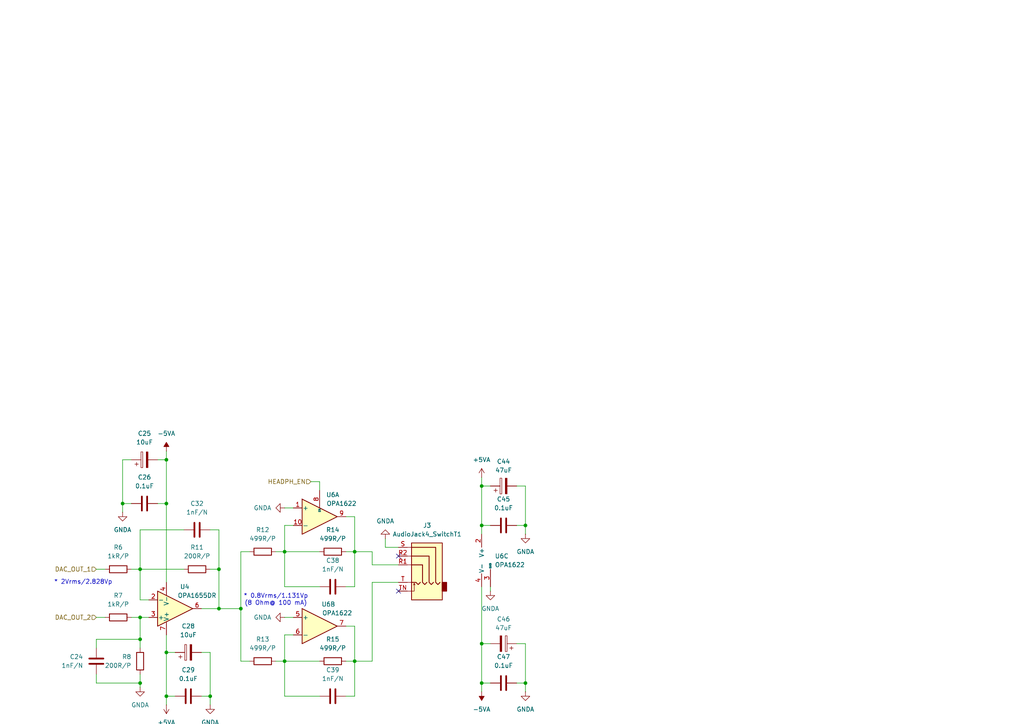
<source format=kicad_sch>
(kicad_sch (version 20250114) (generator "eeschema") (generator_version "9.0")
  (paper "A4")
  (lib_symbols
    (symbol "Amplifier_Audio:OPA1622" (pin_names (offset 0.127))
      (property "Reference" "U" (at 3.81 6.35 0))
      (property "Value" "OPA1622" (at 3.81 3.81 0))
      (symbol "OPA1622_1_1"
        (polyline (pts (xy -5.08 5.08) (xy 5.08 0) (xy -5.08 -5.08) (xy -5.08 5.08) (xy -5.08 5.08)) (stroke (width 0.254)) (fill (type background)))
        (pin input line (at -7.62 2.54 0) (length 2.54) (name "+") (number "1"))
        (pin input line (at -7.62 -2.54 0) (length 2.54) (name "-") (number "10"))
        (pin input line (at 0 7.62 270) (length 5.08) (name "EN") (number "8"))
        (pin output line (at 7.62 0 180) (length 2.54) (name "~") (number "9"))
      )
      (symbol "OPA1622_2_1"
        (polyline (pts (xy -5.08 5.08) (xy 5.08 0) (xy -5.08 -5.08) (xy -5.08 5.08) (xy -5.08 5.08)) (stroke (width 0.254)) (fill (type background)))
        (pin input line (at -7.62 2.54 0) (length 2.54) (name "+") (number "5"))
        (pin input line (at -7.62 -2.54 0) (length 2.54) (name "-") (number "6"))
        (pin output line (at 7.62 0 180) (length 2.54) (name "~") (number "7"))
      )
      (symbol "OPA1622_3_1"
        (pin power_in line (at -2.54 7.62 270) (length 3.81) (name "V+") (number "2"))
        (pin passive line (at -2.54 -7.62 90) (length 3.81) (hide yes) (name "V-") (number "11"))
        (pin power_in line (at -2.54 -7.62 90) (length 3.81) (name "V-") (number "4"))
        (pin power_in line (at 0 -7.62 90) (length 5.08) (name "GND") (number "3"))
      )
    )
    (symbol "Amplifier_Operational:OPA1641" (pin_names (offset 0.127))
      (property "Reference" "U" (at 3.81 3.81 0))
      (property "Value" "OPA1641" (at 3.81 -3.81 0))
      (symbol "OPA1641_0_1"
        (polyline (pts (xy 5.08 0) (xy -5.08 5.08) (xy -5.08 -5.08) (xy 5.08 0)) (stroke (width 0.254)) (fill (type background)))
      )
      (symbol "OPA1641_1_1"
        (pin input line (at -7.62 2.54 0) (length 2.54) (name "+") (number "3"))
        (pin input line (at -7.62 -2.54 0) (length 2.54) (name "-") (number "2"))
        (pin no_connect line (at -5.08 -2.54 90) (length 2.54) (hide yes) (name "NC") (number "8"))
        (pin power_in line (at -2.54 7.62 270) (length 3.81) (name "V+") (number "7"))
        (pin no_connect line (at -2.54 -2.54 90) (length 2.54) (hide yes) (name "NC") (number "1"))
        (pin power_in line (at -2.54 -7.62 90) (length 3.81) (name "V-") (number "4"))
        (pin no_connect line (at 0 -2.54 90) (length 2.54) (hide yes) (name "NC") (number "5"))
        (pin output line (at 7.62 0 180) (length 2.54) (name "~") (number "6"))
      )
    )
    (symbol "Connector_Audio:AudioJack4_SwitchT1"
      (property "Reference" "J" (at 0 11.43 0))
      (property "Value" "AudioJack4_SwitchT1" (at 0 8.89 0))
      (symbol "AudioJack4_SwitchT1_0_1"
        (rectangle (start -7.62 -5.08) (end -8.89 -7.62) (stroke (width 0.254)) (fill (type outline)))
        (rectangle (start 1.27 6.35) (end -7.62 -10.16) (stroke (width 0.254)) (fill (type background)))
        (polyline (pts (xy 1.27 2.54) (xy 2.54 2.54)))
        (polyline (pts (xy 1.27 -5.08) (xy 2.54 -5.08)))
        (polyline (pts (xy 2.54 5.08) (xy 1.27 5.08)))
        (polyline (pts (xy 2.54 0) (xy 1.27 0)))
      )
      (symbol "AudioJack4_SwitchT1_1_1"
        (polyline (pts (xy -3.175 -5.08) (xy -2.54 -5.715) (xy -1.905 -5.08) (xy -1.905 0) (xy 1.27 0)) (stroke (width 0.254)))
        (polyline (pts (xy -1.27 -5.08) (xy -0.635 -5.715) (xy 0 -5.08) (xy 1.27 -5.08)) (stroke (width 0.254)))
        (polyline (pts (xy 0.508 -5.334) (xy 0.762 -5.842)))
        (polyline (pts (xy 1.27 5.08) (xy -5.715 5.08) (xy -5.715 -5.08) (xy -6.35 -5.715) (xy -6.985 -5.08)) (stroke (width 0.254)))
        (polyline (pts (xy 1.27 2.54) (xy -3.81 2.54) (xy -3.81 -5.08) (xy -4.445 -5.715) (xy -5.08 -5.08)) (stroke (width 0.254)))
        (polyline (pts (xy 2.54 -7.62) (xy 0.508 -7.62) (xy 0.508 -5.334) (xy 0.254 -5.842)))
        (pin passive line (at 5.08 5.08 180) (length 2.54) (name "~") (number "S"))
        (pin passive line (at 5.08 2.54 180) (length 2.54) (name "~") (number "R2"))
        (pin passive line (at 5.08 0 180) (length 2.54) (name "~") (number "R1"))
        (pin passive line (at 5.08 -5.08 180) (length 2.54) (name "~") (number "T"))
        (pin passive line (at 5.08 -7.62 180) (length 2.54) (name "~") (number "TN"))
      )
    )
    (symbol "Device:C" (pin_numbers (hide yes)) (pin_names (offset 0.254))
      (property "Reference" "C" (at 0.635 2.54 0))
      (property "Value" "C" (at 0.635 -2.54 0))
      (symbol "C_0_1"
        (polyline (pts (xy -2.032 0.762) (xy 2.032 0.762)) (stroke (width 0.508)))
        (polyline (pts (xy -2.032 -0.762) (xy 2.032 -0.762)) (stroke (width 0.508)))
      )
      (symbol "C_1_1"
        (pin passive line (at 0 3.81 270) (length 2.794) (name "~") (number "1"))
        (pin passive line (at 0 -3.81 90) (length 2.794) (name "~") (number "2"))
      )
    )
    (symbol "Device:C_Polarized" (pin_numbers (hide yes)) (pin_names (offset 0.254))
      (property "Reference" "C" (at 0.635 2.54 0))
      (property "Value" "C_Polarized" (at 0.635 -2.54 0))
      (symbol "C_Polarized_0_1"
        (rectangle (start -2.286 0.508) (end 2.286 1.016))
        (polyline (pts (xy -1.778 2.286) (xy -0.762 2.286)))
        (polyline (pts (xy -1.27 2.794) (xy -1.27 1.778)))
        (rectangle (start 2.286 -0.508) (end -2.286 -1.016) (fill (type outline)))
      )
      (symbol "C_Polarized_1_1"
        (pin passive line (at 0 3.81 270) (length 2.794) (name "~") (number "1"))
        (pin passive line (at 0 -3.81 90) (length 2.794) (name "~") (number "2"))
      )
    )
    (symbol "Device:R" (pin_numbers (hide yes)) (pin_names (offset 0))
      (property "Reference" "R" (at 2.032 0 90))
      (property "Value" "R" (at 0 0 90))
      (symbol "R_0_1"
        (rectangle (start -1.016 -2.54) (end 1.016 2.54) (stroke (width 0.254)))
      )
      (symbol "R_1_1"
        (pin passive line (at 0 3.81 270) (length 1.27) (name "~") (number "1"))
        (pin passive line (at 0 -3.81 90) (length 1.27) (name "~") (number "2"))
      )
    )
    (symbol "power:+5VA" (power) (pin_numbers (hide yes)) (pin_names (offset 0) (hide yes))
      (property "Value" "+5VA" (at 0 3.556 0))
      (symbol "+5VA_0_1"
        (polyline (pts (xy -0.762 1.27) (xy 0 2.54)))
        (polyline (pts (xy 0 2.54) (xy 0.762 1.27)))
        (polyline (pts (xy 0 0) (xy 0 2.54)))
      )
      (symbol "+5VA_1_1"
        (pin power_in line (at 0 0 90) (length 0) (name "~") (number "1"))
      )
    )
    (symbol "power:-5VA" (power) (pin_numbers (hide yes)) (pin_names (offset 0) (hide yes))
      (property "Value" "-5VA" (at 0 3.556 0))
      (symbol "-5VA_0_0"
        (pin power_in line (at 0 0 90) (length 0) (name "~") (number "1"))
      )
      (symbol "-5VA_0_1"
        (polyline (pts (xy 0 0) (xy 0 1.27) (xy 0.762 1.27) (xy 0 2.54) (xy -0.762 1.27) (xy 0 1.27)) (fill (type outline)))
      )
    )
    (symbol "power:GNDA" (power) (pin_numbers (hide yes)) (pin_names (offset 0) (hide yes))
      (property "Value" "GNDA" (at 0 -3.81 0))
      (symbol "GNDA_0_1"
        (polyline (pts (xy 0 0) (xy 0 -1.27) (xy 1.27 -1.27) (xy 0 -2.54) (xy -1.27 -1.27) (xy 0 -1.27)))
      )
      (symbol "GNDA_1_1"
        (pin power_in line (at 0 0 270) (length 0) (name "~") (number "1"))
      )
    )
  )
  (text "* 0.8Vrms/1.131Vp\n(8 Ohm@ 100 mA)" (at 80.01 173.99 0) (effects (font (size 1.27 1.27))))
  (text "* 2Vrms/2.828Vp" (at 24.13 168.91 0) (effects (font (size 1.27 1.27))))
  (junction (at 35.56 146.05))
  (junction (at 40.64 185.42))
  (junction (at 82.55 160.02))
  (junction (at 139.7 140.97))
  (junction (at 152.4 198.12))
  (junction (at 63.5 165.1))
  (junction (at 69.85 176.53))
  (junction (at 102.87 160.02))
  (junction (at 102.87 191.77))
  (junction (at 152.4 152.4))
  (junction (at 48.26 189.23))
  (junction (at 40.64 165.1))
  (junction (at 63.5 176.53))
  (junction (at 48.26 201.93))
  (junction (at 139.7 152.4))
  (junction (at 40.64 179.07))
  (junction (at 139.7 186.69))
  (junction (at 40.64 198.12))
  (junction (at 48.26 146.05))
  (junction (at 60.96 201.93))
  (junction (at 48.26 133.35))
  (junction (at 82.55 191.77))
  (junction (at 139.7 198.12))
  (no_connect (at 115.57 171.45))
  (no_connect (at 115.57 161.29))
  (wire (pts (xy 139.7 138.43) (xy 139.7 140.97)))
  (wire (pts (xy 102.87 191.77) (xy 102.87 201.93)))
  (wire (pts (xy 80.01 160.02) (xy 82.55 160.02)))
  (wire (pts (xy 43.18 173.99) (xy 40.64 173.99)))
  (wire (pts (xy 60.96 165.1) (xy 63.5 165.1)))
  (wire (pts (xy 40.64 195.58) (xy 40.64 198.12)))
  (wire (pts (xy 152.4 186.69) (xy 152.4 198.12)))
  (wire (pts (xy 149.86 186.69) (xy 152.4 186.69)))
  (wire (pts (xy 82.55 184.15) (xy 82.55 191.77)))
  (wire (pts (xy 48.26 201.93) (xy 50.8 201.93)))
  (wire (pts (xy 38.1 133.35) (xy 35.56 133.35)))
  (wire (pts (xy 111.76 156.21) (xy 111.76 158.75)))
  (wire (pts (xy 69.85 176.53) (xy 69.85 160.02)))
  (wire (pts (xy 27.94 198.12) (xy 40.64 198.12)))
  (wire (pts (xy 152.4 152.4) (xy 152.4 154.94)))
  (wire (pts (xy 115.57 168.91) (xy 107.95 168.91)))
  (wire (pts (xy 48.26 146.05) (xy 45.72 146.05)))
  (wire (pts (xy 92.71 201.93) (xy 82.55 201.93)))
  (wire (pts (xy 35.56 146.05) (xy 35.56 148.59)))
  (wire (pts (xy 107.95 168.91) (xy 107.95 191.77)))
  (wire (pts (xy 40.64 153.67) (xy 40.64 165.1)))
  (wire (pts (xy 139.7 186.69) (xy 142.24 186.69)))
  (wire (pts (xy 60.96 189.23) (xy 60.96 201.93)))
  (wire (pts (xy 152.4 140.97) (xy 152.4 152.4)))
  (wire (pts (xy 149.86 198.12) (xy 152.4 198.12)))
  (wire (pts (xy 63.5 176.53) (xy 69.85 176.53)))
  (wire (pts (xy 63.5 165.1) (xy 63.5 176.53)))
  (wire (pts (xy 92.71 139.7) (xy 92.71 142.24)))
  (wire (pts (xy 40.64 185.42) (xy 40.64 187.96)))
  (wire (pts (xy 58.42 201.93) (xy 60.96 201.93)))
  (wire (pts (xy 102.87 181.61) (xy 100.33 181.61)))
  (wire (pts (xy 60.96 201.93) (xy 60.96 204.47)))
  (wire (pts (xy 69.85 160.02) (xy 72.39 160.02)))
  (wire (pts (xy 107.95 191.77) (xy 102.87 191.77)))
  (wire (pts (xy 40.64 165.1) (xy 53.34 165.1)))
  (wire (pts (xy 48.26 133.35) (xy 48.26 146.05)))
  (wire (pts (xy 53.34 153.67) (xy 40.64 153.67)))
  (wire (pts (xy 149.86 152.4) (xy 152.4 152.4)))
  (wire (pts (xy 90.17 139.7) (xy 92.71 139.7)))
  (wire (pts (xy 35.56 133.35) (xy 35.56 146.05)))
  (wire (pts (xy 102.87 149.86) (xy 100.33 149.86)))
  (wire (pts (xy 85.09 184.15) (xy 82.55 184.15)))
  (wire (pts (xy 92.71 170.18) (xy 82.55 170.18)))
  (wire (pts (xy 100.33 170.18) (xy 102.87 170.18)))
  (wire (pts (xy 107.95 163.83) (xy 107.95 160.02)))
  (wire (pts (xy 82.55 179.07) (xy 85.09 179.07)))
  (wire (pts (xy 100.33 191.77) (xy 102.87 191.77)))
  (wire (pts (xy 27.94 187.96) (xy 27.94 185.42)))
  (wire (pts (xy 102.87 170.18) (xy 102.87 160.02)))
  (wire (pts (xy 60.96 153.67) (xy 63.5 153.67)))
  (wire (pts (xy 139.7 140.97) (xy 142.24 140.97)))
  (wire (pts (xy 48.26 201.93) (xy 48.26 204.47)))
  (wire (pts (xy 40.64 198.12) (xy 40.64 199.39)))
  (wire (pts (xy 40.64 173.99) (xy 40.64 165.1)))
  (wire (pts (xy 82.55 170.18) (xy 82.55 160.02)))
  (wire (pts (xy 38.1 165.1) (xy 40.64 165.1)))
  (wire (pts (xy 48.26 189.23) (xy 48.26 201.93)))
  (wire (pts (xy 102.87 160.02) (xy 102.87 149.86)))
  (wire (pts (xy 152.4 198.12) (xy 152.4 200.66)))
  (wire (pts (xy 27.94 195.58) (xy 27.94 198.12)))
  (wire (pts (xy 80.01 191.77) (xy 82.55 191.77)))
  (wire (pts (xy 27.94 165.1) (xy 30.48 165.1)))
  (wire (pts (xy 115.57 163.83) (xy 107.95 163.83)))
  (wire (pts (xy 82.55 152.4) (xy 82.55 160.02)))
  (wire (pts (xy 100.33 160.02) (xy 102.87 160.02)))
  (wire (pts (xy 107.95 160.02) (xy 102.87 160.02)))
  (wire (pts (xy 82.55 201.93) (xy 82.55 191.77)))
  (wire (pts (xy 139.7 152.4) (xy 142.24 152.4)))
  (wire (pts (xy 40.64 179.07) (xy 40.64 185.42)))
  (wire (pts (xy 27.94 179.07) (xy 30.48 179.07)))
  (wire (pts (xy 58.42 189.23) (xy 60.96 189.23)))
  (wire (pts (xy 48.26 133.35) (xy 45.72 133.35)))
  (wire (pts (xy 85.09 152.4) (xy 82.55 152.4)))
  (wire (pts (xy 139.7 140.97) (xy 139.7 152.4)))
  (wire (pts (xy 69.85 191.77) (xy 69.85 176.53)))
  (wire (pts (xy 40.64 179.07) (xy 43.18 179.07)))
  (wire (pts (xy 48.26 184.15) (xy 48.26 189.23)))
  (wire (pts (xy 63.5 176.53) (xy 58.42 176.53)))
  (wire (pts (xy 82.55 147.32) (xy 85.09 147.32)))
  (wire (pts (xy 111.76 158.75) (xy 115.57 158.75)))
  (wire (pts (xy 139.7 152.4) (xy 139.7 154.94)))
  (wire (pts (xy 139.7 186.69) (xy 139.7 198.12)))
  (wire (pts (xy 72.39 191.77) (xy 69.85 191.77)))
  (wire (pts (xy 38.1 146.05) (xy 35.56 146.05)))
  (wire (pts (xy 38.1 179.07) (xy 40.64 179.07)))
  (wire (pts (xy 48.26 189.23) (xy 50.8 189.23)))
  (wire (pts (xy 27.94 185.42) (xy 40.64 185.42)))
  (wire (pts (xy 139.7 198.12) (xy 139.7 200.66)))
  (wire (pts (xy 63.5 153.67) (xy 63.5 165.1)))
  (wire (pts (xy 100.33 201.93) (xy 102.87 201.93)))
  (wire (pts (xy 139.7 198.12) (xy 142.24 198.12)))
  (wire (pts (xy 48.26 130.81) (xy 48.26 133.35)))
  (wire (pts (xy 142.24 170.18) (xy 142.24 171.45)))
  (wire (pts (xy 82.55 160.02) (xy 92.71 160.02)))
  (wire (pts (xy 48.26 146.05) (xy 48.26 168.91)))
  (wire (pts (xy 82.55 191.77) (xy 92.71 191.77)))
  (wire (pts (xy 139.7 170.18) (xy 139.7 186.69)))
  (wire (pts (xy 149.86 140.97) (xy 152.4 140.97)))
  (wire (pts (xy 102.87 191.77) (xy 102.87 181.61)))
  (hierarchical_label "DAC_OUT_1" (shape input) (at 27.94 165.1 180))
  (hierarchical_label "HEADPH_EN" (shape input) (at 90.17 139.7 180))
  (hierarchical_label "DAC_OUT_2" (shape input) (at 27.94 179.07 180))
  (symbol (lib_id "Device:C") (at 57.15 153.67 90) (unit 1)
    (property "Reference" "C32" (at 57.15 146.05 90))
    (property "Value" "1nF/N" (at 57.15 148.59 90))
    (property "Footprint" "Capacitor_SMD:C_0603_1608Metric" (effects (hide yes)))
    (property "Description" "Unpolarized capacitor" (effects (hide yes)))
    (property "Part No." "GRM1885C1H102JA01#" (effects (hide yes)))
    (property "Vendor" "muRata" (effects (hide yes)))
    (property "Fetched" "40" (effects (hide yes)))
    (instances (project "MizukiH743" (path "" (reference "C32") (unit 1))) (project "" (path "" (reference "C?") (unit 1))))
  )
  (symbol (lib_id "Connector_Audio:AudioJack4_SwitchT1") (at 120.65 163.83 0) (mirror y) (unit 1)
    (property "Reference" "J3" (at 123.8885 152.4 0))
    (property "Value" "AudioJack4_SwitchT1" (at 123.8885 154.94 0))
    (property "Footprint" "PJ-3420-A-SMT:PJ3420ASMT" (effects (hide yes)))
    (property "Description" "Audio Jack, 4 Poles (Stereo / TRRS), Switched T1 Pole (Normalling)" (effects (hide yes)))
    (property "Part No." "PJ-3420-A-SMT" (effects (hide yes)))
    (property "Fetched" "4" (effects (hide yes)))
    (property "Vendor" "XKB" (effects (hide yes)))
    (instances (project "MizukiH743" (path "" (reference "J3") (unit 1))) (project "MizukiRA8M1v3" (path "" (reference "J?") (unit 1))))
  )
  (symbol (lib_id "Amplifier_Audio:OPA1622") (at 142.24 162.56 0) (unit 3)
    (property "Reference" "U6" (at 143.51 161.2899 0) (effects (justify left)))
    (property "Value" "OPA1622" (at 143.51 163.8299 0) (effects (justify left)))
    (property "Footprint" "Package_SON:Texas_S-PVSON-N10" (effects (hide yes)))
    (property "Datasheet" "http://www.ti.com/lit/ds/symlink/opa1622.pdf" (effects (hide yes)))
    (property "Description" "High-Fidelity, Bipolar-Input, Audio Operational Amplifier, VSON-10" (effects (hide yes)))
    (property "Part No." "OPA1622IDRCR" (effects (hide yes)))
    (property "Vendor" "TI" (effects (hide yes)))
  )
  (symbol (lib_id "Device:R") (at 96.52 160.02 90) (unit 1)
    (property "Reference" "R14" (at 96.52 153.67 90))
    (property "Value" "499R/P" (at 96.52 156.21 90))
    (property "Footprint" "Resistor_SMD:R_0603_1608Metric" (effects (hide yes)))
    (property "Description" "Resistor" (effects (hide yes)))
    (property "Part No." "PTFR0603B499RN9" (effects (hide yes)))
    (property "Vendor" "RESI" (effects (hide yes)))
    (instances (project "MizukiH743" (path "" (reference "R14") (unit 1))) (project "MizukiRA8M1v3" (path "" (reference "R?") (unit 1))))
  )
  (symbol (lib_id "Device:C") (at 96.52 170.18 270) (unit 1)
    (property "Reference" "C38" (at 96.52 162.56 90))
    (property "Value" "1nF/N" (at 96.52 165.1 90))
    (property "Footprint" "Capacitor_SMD:C_0603_1608Metric" (effects (hide yes)))
    (property "Description" "Unpolarized capacitor" (effects (hide yes)))
    (property "Part No." "GRM1885C1H102JA01#" (effects (hide yes)))
    (property "Vendor" "muRata" (effects (hide yes)))
    (property "Fetched" "40" (effects (hide yes)))
    (instances (project "MizukiH743" (path "" (reference "C38") (unit 1))) (project "MizukiRA8M1v3" (path "" (reference "C?") (unit 1))))
  )
  (symbol (lib_id "power:GNDA") (at 60.96 204.47 0) (unit 1)
    (property "Reference" "#PWR043" (effects (hide yes)))
    (property "Value" "GNDA" (at 60.96 209.55 0))
    (property "Description" "Power symbol creates a global label with name \"GNDA\" , analog ground" (effects (hide yes)))
    (instances (project "MizukiH743" (path "" (reference "#PWR043") (unit 1))) (project "MizukiRA8M1v3" (path "" (reference "#PWR?") (unit 1))))
  )
  (symbol (lib_id "Device:C") (at 96.52 201.93 270) (unit 1)
    (property "Reference" "C39" (at 96.52 194.31 90))
    (property "Value" "1nF/N" (at 96.52 196.85 90))
    (property "Footprint" "Capacitor_SMD:C_0603_1608Metric" (effects (hide yes)))
    (property "Description" "Unpolarized capacitor" (effects (hide yes)))
    (property "Part No." "GRM1885C1H102JA01#" (effects (hide yes)))
    (property "Vendor" "muRata" (effects (hide yes)))
    (property "Fetched" "40" (effects (hide yes)))
    (instances (project "MizukiH743" (path "" (reference "C39") (unit 1))) (project "MizukiRA8M1v3" (path "" (reference "C?") (unit 1))))
  )
  (symbol (lib_id "Device:C_Polarized") (at 54.61 189.23 90) (unit 1)
    (property "Reference" "C28" (at 54.61 181.61 90))
    (property "Value" "10uF" (at 54.61 184.15 90))
    (property "Footprint" "Capacitor_Tantalum_SMD:CP_EIA-3216-10_Kemet-I" (effects (hide yes)))
    (property "Description" "Polarized capacitor" (effects (hide yes)))
    (property "Part No." "TCJA106M010R0200" (effects (hide yes)))
    (property "Vendor" "Kyocera AVX" (effects (hide yes)))
    (property "Fetched" "20" (effects (hide yes)))
    (instances (project "MizukiH743" (path "" (reference "C28") (unit 1))) (project "MizukiRA8M1v3" (path "" (reference "C?") (unit 1))))
  )
  (symbol (lib_id "Device:R") (at 40.64 191.77 0) (mirror y) (unit 1)
    (property "Reference" "R8" (at 38.1 190.4999 0) (effects (justify left)))
    (property "Value" "200R/P" (at 38.1 193.0399 0) (effects (justify left)))
    (property "Footprint" "Resistor_SMD:R_0603_1608Metric" (effects (hide yes)))
    (property "Description" "Resistor" (effects (hide yes)))
    (property "Part No." "ERA3AEB201V" (effects (hide yes)))
    (property "Vendor" "Panasonic" (effects (hide yes)))
    (property "Fetched" "10" (effects (hide yes)))
    (instances (project "MizukiH743" (path "" (reference "R8") (unit 1))) (project "" (path "" (reference "R?") (unit 1))))
  )
  (symbol (lib_id "power:GNDA") (at 152.4 200.66 0) (unit 1)
    (property "Reference" "#PWR060" (effects (hide yes)))
    (property "Value" "GNDA" (at 152.4 205.74 0))
    (property "Description" "Power symbol creates a global label with name \"GNDA\" , analog ground" (effects (hide yes)))
    (instances (project "MizukiH743" (path "" (reference "#PWR060") (unit 1))) (project "MizukiRA8M1v3" (path "" (reference "#PWR?") (unit 1))))
  )
  (symbol (lib_id "Device:C") (at 27.94 191.77 0) (mirror y) (unit 1)
    (property "Reference" "C24" (at 24.13 190.4999 0) (effects (justify left)))
    (property "Value" "1nF/N" (at 24.13 193.0399 0) (effects (justify left)))
    (property "Footprint" "Capacitor_SMD:C_0603_1608Metric" (effects (hide yes)))
    (property "Description" "Unpolarized capacitor" (effects (hide yes)))
    (property "Part No." "GRM1885C1H102JA01#" (effects (hide yes)))
    (property "Vendor" "muRata" (effects (hide yes)))
    (property "Fetched" "40" (effects (hide yes)))
    (instances (project "MizukiH743" (path "" (reference "C24") (unit 1))) (project "" (path "" (reference "C?") (unit 1))))
  )
  (symbol (lib_id "Device:C_Polarized") (at 41.91 133.35 90) (unit 1)
    (property "Reference" "C25" (at 41.91 125.73 90))
    (property "Value" "10uF" (at 41.91 128.27 90))
    (property "Footprint" "Capacitor_Tantalum_SMD:CP_EIA-3216-10_Kemet-I" (effects (hide yes)))
    (property "Description" "Polarized capacitor" (effects (hide yes)))
    (property "Part No." "TCJA106M010R0200" (effects (hide yes)))
    (property "Vendor" "Kyocera AVX" (effects (hide yes)))
    (property "Fetched" "20" (effects (hide yes)))
    (instances (project "MizukiH743" (path "" (reference "C25") (unit 1))) (project "MizukiRA8M1v3" (path "" (reference "C?") (unit 1))))
  )
  (symbol (lib_id "power:-5VA") (at 48.26 130.81 0) (unit 1)
    (property "Reference" "#PWR039" (effects (hide yes)))
    (property "Value" "-5VA" (at 48.26 125.73 0))
    (property "Description" "Power symbol creates a global label with name \"-5VA\"" (effects (hide yes)))
    (instances (project "MizukiH743" (path "" (reference "#PWR039") (unit 1))) (project "MizukiRA8M1v3" (path "" (reference "#PWR?") (unit 1))))
  )
  (symbol (lib_id "Amplifier_Audio:OPA1622") (at 92.71 149.86 0) (unit 1)
    (property "Reference" "U6" (at 96.52 143.51 0))
    (property "Value" "OPA1622" (at 99.06 146.05 0))
    (property "Footprint" "Package_SON:Texas_S-PVSON-N10" (effects (hide yes)))
    (property "Datasheet" "http://www.ti.com/lit/ds/symlink/opa1622.pdf" (effects (hide yes)))
    (property "Description" "High-Fidelity, Bipolar-Input, Audio Operational Amplifier, VSON-10" (effects (hide yes)))
    (property "Part No." "OPA1622IDRCR" (effects (hide yes)))
    (property "Vendor" "TI" (effects (hide yes)))
  )
  (symbol (lib_id "Device:C") (at 41.91 146.05 270) (mirror x) (unit 1)
    (property "Reference" "C26" (at 41.91 138.43 90))
    (property "Value" "0.1uF" (at 41.91 140.97 90))
    (property "Footprint" "Capacitor_SMD:C_0603_1608Metric" (effects (hide yes)))
    (property "Description" "Unpolarized capacitor" (effects (hide yes)))
    (instances (project "MizukiH743" (path "" (reference "C26") (unit 1))) (project "MizukiRA8M1v3" (path "" (reference "C?") (unit 1))))
  )
  (symbol (lib_id "Device:C_Polarized") (at 146.05 186.69 270) (mirror x) (unit 1)
    (property "Reference" "C46" (at 146.05 179.578 90))
    (property "Value" "47uF" (at 146.05 182.118 90))
    (property "Footprint" "Capacitor_Tantalum_SMD:CP_EIA-3528-12_Kemet-T" (effects (hide yes)))
    (property "Description" "Polarized capacitor" (effects (hide yes)))
    (property "Part No." "TCJB476M010R0070" (effects (hide yes)))
    (property "Vendor" "Kyocera AVX" (effects (hide yes)))
    (property "Fetched" "20" (effects (hide yes)))
    (instances (project "MizukiH743" (path "" (reference "C46") (unit 1))) (project "MizukiRA8M1v3" (path "" (reference "C?") (unit 1))))
  )
  (symbol (lib_id "Device:C") (at 146.05 198.12 90) (unit 1)
    (property "Reference" "C47" (at 146.05 190.5 90))
    (property "Value" "0.1uF" (at 146.05 193.04 90))
    (property "Footprint" "Capacitor_SMD:C_0603_1608Metric" (effects (hide yes)))
    (property "Description" "Unpolarized capacitor" (effects (hide yes)))
    (instances (project "MizukiH743" (path "" (reference "C47") (unit 1))) (project "MizukiRA8M1v3" (path "" (reference "C?") (unit 1))))
  )
  (symbol (lib_id "Device:R") (at 76.2 191.77 90) (unit 1)
    (property "Reference" "R13" (at 76.2 185.42 90))
    (property "Value" "499R/P" (at 76.2 187.96 90))
    (property "Footprint" "Resistor_SMD:R_0603_1608Metric" (effects (hide yes)))
    (property "Description" "Resistor" (effects (hide yes)))
    (property "Part No." "PTFR0603B499RN9" (effects (hide yes)))
    (property "Vendor" "RESI" (effects (hide yes)))
    (instances (project "MizukiH743" (path "" (reference "R13") (unit 1))) (project "MizukiRA8M1v3" (path "" (reference "R?") (unit 1))))
  )
  (symbol (lib_id "power:+5VA") (at 48.26 204.47 180) (unit 1)
    (property "Reference" "#PWR040" (effects (hide yes)))
    (property "Value" "+5VA" (at 48.26 209.55 0))
    (property "Description" "Power symbol creates a global label with name \"+5VA\"" (effects (hide yes)))
    (instances (project "MizukiH743" (path "" (reference "#PWR040") (unit 1))) (project "" (path "" (reference "#PWR?") (unit 1))))
  )
  (symbol (lib_id "power:GNDA") (at 82.55 179.07 270) (unit 1)
    (property "Reference" "#PWR048" (effects (hide yes)))
    (property "Value" "GNDA" (at 78.74 179.0699 90) (effects (justify right)))
    (property "Description" "Power symbol creates a global label with name \"GNDA\" , analog ground" (effects (hide yes)))
    (instances (project "MizukiH743" (path "" (reference "#PWR048") (unit 1))) (project "MizukiRA8M1v3" (path "" (reference "#PWR?") (unit 1))))
  )
  (symbol (lib_id "power:GNDA") (at 40.64 199.39 0) (unit 1)
    (property "Reference" "#PWR037" (effects (hide yes)))
    (property "Value" "GNDA" (at 40.64 204.47 0))
    (property "Description" "Power symbol creates a global label with name \"GNDA\" , analog ground" (effects (hide yes)))
    (instances (project "MizukiH743" (path "" (reference "#PWR037") (unit 1))) (project "" (path "" (reference "#PWR?") (unit 1))))
  )
  (symbol (lib_id "power:GNDA") (at 152.4 154.94 0) (unit 1)
    (property "Reference" "#PWR059" (effects (hide yes)))
    (property "Value" "GNDA" (at 152.4 160.02 0))
    (property "Description" "Power symbol creates a global label with name \"GNDA\" , analog ground" (effects (hide yes)))
    (instances (project "MizukiH743" (path "" (reference "#PWR059") (unit 1))) (project "MizukiRA8M1v3" (path "" (reference "#PWR?") (unit 1))))
  )
  (symbol (lib_id "Device:R") (at 76.2 160.02 90) (unit 1)
    (property "Reference" "R12" (at 76.2 153.67 90))
    (property "Value" "499R/P" (at 76.2 156.21 90))
    (property "Footprint" "Resistor_SMD:R_0603_1608Metric" (effects (hide yes)))
    (property "Description" "Resistor" (effects (hide yes)))
    (property "Part No." "PTFR0603B499RN9" (effects (hide yes)))
    (property "Vendor" "RESI" (effects (hide yes)))
    (instances (project "MizukiH743" (path "" (reference "R12") (unit 1))) (project "MizukiRA8M1v3" (path "" (reference "R?") (unit 1))))
  )
  (symbol (lib_id "power:GNDA") (at 142.24 171.45 0) (unit 1)
    (property "Reference" "#PWR058" (effects (hide yes)))
    (property "Value" "GNDA" (at 142.24 176.53 0))
    (property "Description" "Power symbol creates a global label with name \"GNDA\" , analog ground" (effects (hide yes)))
    (instances (project "MizukiH743" (path "" (reference "#PWR058") (unit 1))) (project "MizukiRA8M1v3" (path "" (reference "#PWR?") (unit 1))))
  )
  (symbol (lib_id "power:GNDA") (at 35.56 148.59 0) (unit 1)
    (property "Reference" "#PWR036" (effects (hide yes)))
    (property "Value" "GNDA" (at 35.56 153.67 0))
    (property "Description" "Power symbol creates a global label with name \"GNDA\" , analog ground" (effects (hide yes)))
    (instances (project "MizukiH743" (path "" (reference "#PWR036") (unit 1))) (project "MizukiRA8M1v3" (path "" (reference "#PWR?") (unit 1))))
  )
  (symbol (lib_id "Amplifier_Operational:OPA1641") (at 50.8 176.53 0) (mirror x) (unit 1)
    (property "Reference" "U4" (at 53.594 170.18 0))
    (property "Value" "OPA1655DR" (at 57.15 172.72 0))
    (property "Footprint" "Package_SO:SOIC-8_3.9x4.9mm_P1.27mm" (effects (hide yes)))
    (property "Datasheet" "http://www.ti.com/lit/ds/symlink/opa1641.pdf" (effects (hide yes)))
    (property "Description" "JFET input, ultralow distortion, low-noise operational amplifier, SOIC-8/VSSOP-8" (effects (hide yes)))
    (property "Part No." "OPA1655DR" (effects (hide yes)))
    (property "Vendor" "TI" (effects (hide yes)))
    (property "Fetched" "1" (effects (hide yes)))
    (instances (project "MizukiH743" (path "" (reference "U4") (unit 1))) (project "MizukiRA8M1v3" (path "" (reference "U?") (unit 1))))
  )
  (symbol (lib_id "power:GNDA") (at 111.76 156.21 180) (unit 1)
    (property "Reference" "#PWR054" (effects (hide yes)))
    (property "Value" "GNDA" (at 111.76 151.13 0))
    (property "Description" "Power symbol creates a global label with name \"GNDA\" , analog ground" (effects (hide yes)))
    (instances (project "MizukiH743" (path "" (reference "#PWR054") (unit 1))) (project "MizukiRA8M1v3" (path "" (reference "#PWR?") (unit 1))))
  )
  (symbol (lib_id "power:-5VA") (at 139.7 200.66 180) (unit 1)
    (property "Reference" "#PWR057" (effects (hide yes)))
    (property "Value" "-5VA" (at 139.7 205.74 0))
    (property "Description" "Power symbol creates a global label with name \"-5VA\"" (effects (hide yes)))
    (instances (project "MizukiH743" (path "" (reference "#PWR057") (unit 1))) (project "MizukiRA8M1v3" (path "" (reference "#PWR?") (unit 1))))
  )
  (symbol (lib_id "Amplifier_Audio:OPA1622") (at 92.71 181.61 0) (unit 2)
    (property "Reference" "U6" (at 95.25 175.26 0))
    (property "Value" "OPA1622" (at 97.79 177.8 0))
    (property "Footprint" "Package_SON:Texas_S-PVSON-N10" (effects (hide yes)))
    (property "Datasheet" "http://www.ti.com/lit/ds/symlink/opa1622.pdf" (effects (hide yes)))
    (property "Description" "High-Fidelity, Bipolar-Input, Audio Operational Amplifier, VSON-10" (effects (hide yes)))
    (property "Part No." "OPA1622IDRCR" (effects (hide yes)))
    (property "Vendor" "TI" (effects (hide yes)))
  )
  (symbol (lib_id "Device:C") (at 146.05 152.4 90) (unit 1)
    (property "Reference" "C45" (at 146.05 144.78 90))
    (property "Value" "0.1uF" (at 146.05 147.32 90))
    (property "Footprint" "Capacitor_SMD:C_0603_1608Metric" (effects (hide yes)))
    (property "Description" "Unpolarized capacitor" (effects (hide yes)))
    (instances (project "MizukiH743" (path "" (reference "C45") (unit 1))) (project "MizukiRA8M1v3" (path "" (reference "C?") (unit 1))))
  )
  (symbol (lib_id "Device:C") (at 54.61 201.93 90) (unit 1)
    (property "Reference" "C29" (at 54.61 194.31 90))
    (property "Value" "0.1uF" (at 54.61 196.85 90))
    (property "Footprint" "Capacitor_SMD:C_0603_1608Metric" (effects (hide yes)))
    (property "Description" "Unpolarized capacitor" (effects (hide yes)))
    (instances (project "MizukiH743" (path "" (reference "C29") (unit 1))) (project "MizukiRA8M1v3" (path "" (reference "C?") (unit 1))))
  )
  (symbol (lib_id "Device:C_Polarized") (at 146.05 140.97 90) (unit 1)
    (property "Reference" "C44" (at 146.05 133.858 90))
    (property "Value" "47uF" (at 146.05 136.398 90))
    (property "Footprint" "Capacitor_Tantalum_SMD:CP_EIA-3528-12_Kemet-T" (effects (hide yes)))
    (property "Description" "Polarized capacitor" (effects (hide yes)))
    (property "Part No." "TCJB476M010R0070" (effects (hide yes)))
    (property "Vendor" "Kyocera AVX" (effects (hide yes)))
    (property "Fetched" "20" (effects (hide yes)))
    (instances (project "MizukiH743" (path "" (reference "C44") (unit 1))) (project "MizukiRA8M1v3" (path "" (reference "C?") (unit 1))))
  )
  (symbol (lib_id "power:+5VA") (at 139.7 138.43 0) (unit 1)
    (property "Reference" "#PWR056" (effects (hide yes)))
    (property "Value" "+5VA" (at 139.7 133.35 0))
    (property "Description" "Power symbol creates a global label with name \"+5VA\"" (effects (hide yes)))
    (instances (project "MizukiH743" (path "" (reference "#PWR056") (unit 1))) (project "MizukiRA8M1v3" (path "" (reference "#PWR?") (unit 1))))
  )
  (symbol (lib_id "Device:R") (at 34.29 165.1 90) (unit 1)
    (property "Reference" "R6" (at 34.29 158.75 90))
    (property "Value" "1kR/P" (at 34.29 161.29 90))
    (property "Footprint" "Resistor_SMD:R_0603_1608Metric" (effects (hide yes)))
    (property "Description" "Resistor" (effects (hide yes)))
    (property "Part No." "ERA3AEB102V" (effects (hide yes)))
    (property "Vendor" "Panasonic" (effects (hide yes)))
    (property "Fetched" "20" (effects (hide yes)))
    (instances (project "MizukiH743" (path "" (reference "R6") (unit 1))) (project "MizukiRA8M1v3" (path "" (reference "R?") (unit 1))))
  )
  (symbol (lib_id "Device:R") (at 57.15 165.1 90) (unit 1)
    (property "Reference" "R11" (at 57.15 158.75 90))
    (property "Value" "200R/P" (at 57.15 161.29 90))
    (property "Footprint" "Resistor_SMD:R_0603_1608Metric" (effects (hide yes)))
    (property "Description" "Resistor" (effects (hide yes)))
    (property "Part No." "ERA3AEB201V" (effects (hide yes)))
    (property "Vendor" "Panasonic" (effects (hide yes)))
    (property "Fetched" "10" (effects (hide yes)))
    (instances (project "MizukiH743" (path "" (reference "R11") (unit 1))) (project "" (path "" (reference "R?") (unit 1))))
  )
  (symbol (lib_id "Device:R") (at 96.52 191.77 90) (unit 1)
    (property "Reference" "R15" (at 96.52 185.42 90))
    (property "Value" "499R/P" (at 96.52 187.96 90))
    (property "Footprint" "Resistor_SMD:R_0603_1608Metric" (effects (hide yes)))
    (property "Description" "Resistor" (effects (hide yes)))
    (property "Part No." "PTFR0603B499RN9" (effects (hide yes)))
    (property "Vendor" "RESI" (effects (hide yes)))
    (instances (project "MizukiH743" (path "" (reference "R15") (unit 1))) (project "MizukiRA8M1v3" (path "" (reference "R?") (unit 1))))
  )
  (symbol (lib_id "power:GNDA") (at 82.55 147.32 270) (unit 1)
    (property "Reference" "#PWR047" (effects (hide yes)))
    (property "Value" "GNDA" (at 78.74 147.3199 90) (effects (justify right)))
    (property "Description" "Power symbol creates a global label with name \"GNDA\" , analog ground" (effects (hide yes)))
    (instances (project "MizukiH743" (path "" (reference "#PWR047") (unit 1))) (project "MizukiRA8M1v3" (path "" (reference "#PWR?") (unit 1))))
  )
  (symbol (lib_id "Device:R") (at 34.29 179.07 90) (unit 1)
    (property "Reference" "R7" (at 34.29 172.72 90))
    (property "Value" "1kR/P" (at 34.29 175.26 90))
    (property "Footprint" "Resistor_SMD:R_0603_1608Metric" (effects (hide yes)))
    (property "Description" "Resistor" (effects (hide yes)))
    (property "Part No." "ERA3AEB102V" (effects (hide yes)))
    (property "Vendor" "Panasonic" (effects (hide yes)))
    (property "Fetched" "20" (effects (hide yes)))
    (instances (project "MizukiH743" (path "" (reference "R7") (unit 1))) (project "MizukiRA8M1v3" (path "" (reference "R?") (unit 1))))
  )
)
</source>
